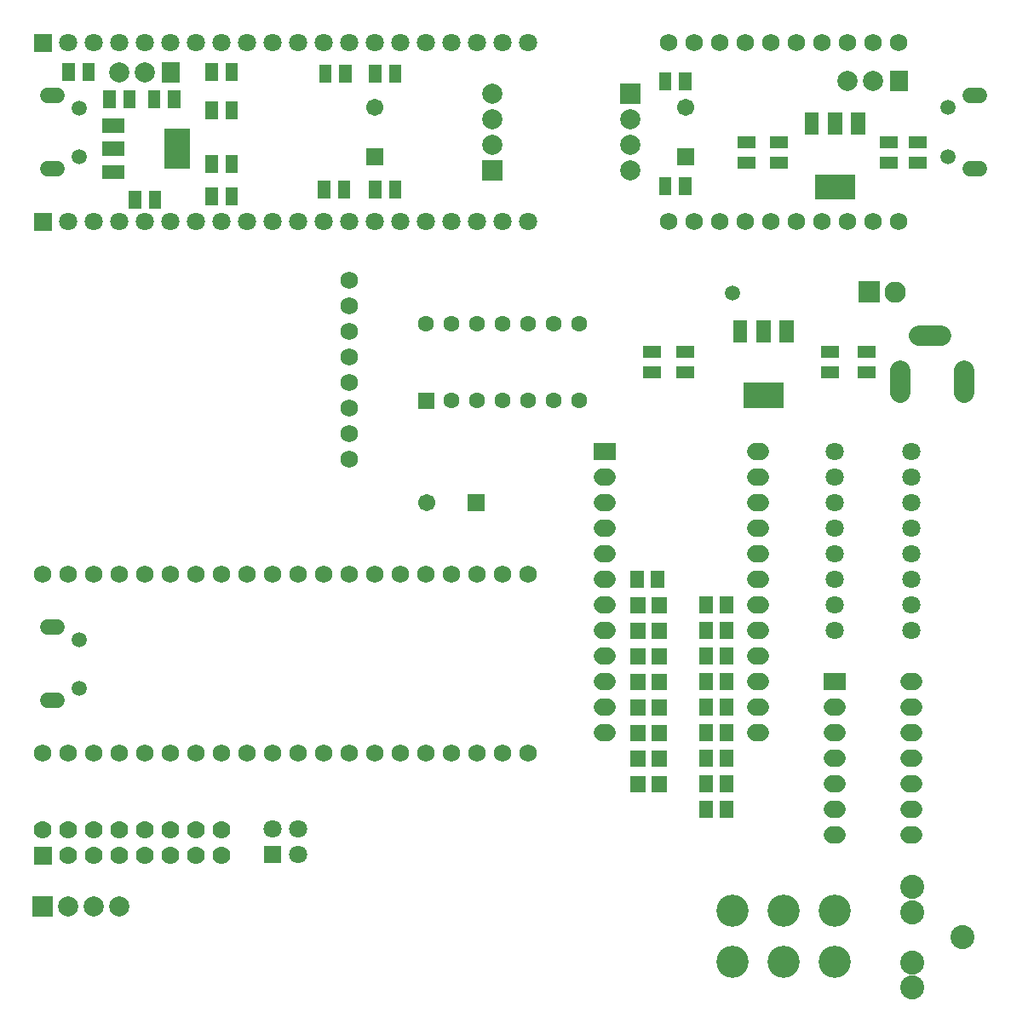
<source format=gbs>
G04 Layer: BottomSolderMaskLayer*
G04 EasyEDA v6.3.22, 2020-04-16T16:32:26+08:00*
G04 928550df28224f32970c11639e6f1fd0,b166db8205ee484a91a1acb555850d7f,10*
G04 Gerber Generator version 0.2*
G04 Scale: 100 percent, Rotated: No, Reflected: No *
G04 Dimensions in millimeters *
G04 leading zeros omitted , absolute positions ,3 integer and 3 decimal *
%FSLAX33Y33*%
%MOMM*%
G90*
G71D02*

%ADD73C,1.503197*%
%ADD74C,2.003196*%
%ADD75C,1.703197*%
%ADD76C,1.727200*%
%ADD78C,2.103196*%
%ADD79R,1.803197X1.803197*%
%ADD80C,1.803197*%
%ADD81C,1.778000*%
%ADD94C,2.387600*%
%ADD98C,3.203194*%
%ADD107C,1.600200*%

%LPD*%
G54D73*
G01X94731Y91249D02*
G01X95631Y91249D01*
G01X94731Y84010D02*
G01X95631Y84010D01*
G54D74*
G01X87757Y63977D02*
G01X87757Y61777D01*
G01X94107Y61777D02*
G01X94107Y63977D01*
G01X91854Y67424D02*
G01X89654Y67424D01*
G54D73*
G01X3947Y31178D02*
G01X3047Y31178D01*
G01X3947Y38417D02*
G01X3047Y38417D01*
G54D75*
G01X88649Y17780D02*
G01X89150Y17780D01*
G01X88649Y20320D02*
G01X89150Y20320D01*
G01X88649Y22860D02*
G01X89150Y22860D01*
G01X88649Y25400D02*
G01X89150Y25400D01*
G01X88649Y27940D02*
G01X89150Y27940D01*
G01X88649Y30480D02*
G01X89150Y30480D01*
G01X88649Y33020D02*
G01X89150Y33020D01*
G01X81029Y17780D02*
G01X81530Y17780D01*
G01X81029Y20320D02*
G01X81530Y20320D01*
G01X81029Y22860D02*
G01X81530Y22860D01*
G01X81029Y25400D02*
G01X81530Y25400D01*
G01X81029Y27940D02*
G01X81530Y27940D01*
G01X81029Y30480D02*
G01X81530Y30480D01*
G01X58169Y30480D02*
G01X58670Y30480D01*
G54D76*
G01X58182Y27940D02*
G01X58657Y27940D01*
G01X58182Y33020D02*
G01X58657Y33020D01*
G54D75*
G01X58169Y53340D02*
G01X58670Y53340D01*
G01X58169Y50800D02*
G01X58670Y50800D01*
G01X58169Y48260D02*
G01X58670Y48260D01*
G01X58169Y45720D02*
G01X58670Y45720D01*
G01X58169Y43180D02*
G01X58670Y43180D01*
G01X58169Y40640D02*
G01X58670Y40640D01*
G01X58169Y38100D02*
G01X58670Y38100D01*
G01X58169Y35560D02*
G01X58670Y35560D01*
G54D76*
G01X73422Y30480D02*
G01X73897Y30480D01*
G01X73422Y33020D02*
G01X73897Y33020D01*
G01X73422Y35560D02*
G01X73897Y35560D01*
G01X73422Y38100D02*
G01X73897Y38100D01*
G01X73422Y40640D02*
G01X73897Y40640D01*
G01X73422Y43180D02*
G01X73897Y43180D01*
G01X73422Y45720D02*
G01X73897Y45720D01*
G01X73422Y55880D02*
G01X73897Y55880D01*
G01X73422Y53340D02*
G01X73897Y53340D01*
G01X73422Y50800D02*
G01X73897Y50800D01*
G01X73422Y48260D02*
G01X73897Y48260D01*
G01X73422Y27940D02*
G01X73897Y27940D01*
G54D73*
G01X3947Y84010D02*
G01X3047Y84010D01*
G01X3947Y91249D02*
G01X3047Y91249D01*
G01X71120Y71628D03*
G36*
G01X83657Y70703D02*
G01X83657Y72806D01*
G01X85760Y72806D01*
G01X85760Y70703D01*
G01X83657Y70703D01*
G37*
G54D78*
G01X87249Y71755D03*
G54D79*
G01X25400Y15875D03*
G54D80*
G01X25400Y18415D03*
G01X27940Y15875D03*
G01X27940Y18415D03*
G36*
G01X69804Y19491D02*
G01X69804Y21145D01*
G01X71165Y21145D01*
G01X71165Y19491D01*
G01X69804Y19491D01*
G37*
G36*
G01X67772Y19491D02*
G01X67772Y21145D01*
G01X69133Y21145D01*
G01X69133Y19491D01*
G01X67772Y19491D01*
G37*
G36*
G01X14622Y83977D02*
G01X14622Y87980D01*
G01X17127Y87980D01*
G01X17127Y83977D01*
G01X14622Y83977D01*
G37*
G36*
G01X8422Y85277D02*
G01X8422Y86680D01*
G01X10627Y86680D01*
G01X10627Y85277D01*
G01X8422Y85277D01*
G37*
G36*
G01X8422Y87576D02*
G01X8422Y88981D01*
G01X10627Y88981D01*
G01X10627Y87576D01*
G01X8422Y87576D01*
G37*
G36*
G01X8422Y82976D02*
G01X8422Y84381D01*
G01X10627Y84381D01*
G01X10627Y82976D01*
G01X8422Y82976D01*
G37*
G36*
G01X34973Y81038D02*
G01X34973Y82791D01*
G01X36177Y82791D01*
G01X36177Y81038D01*
G01X34973Y81038D01*
G37*
G36*
G01X36974Y81038D02*
G01X36974Y82791D01*
G01X38178Y82791D01*
G01X38178Y81038D01*
G01X36974Y81038D01*
G37*
G36*
G01X34973Y92595D02*
G01X34973Y94348D01*
G01X36177Y94348D01*
G01X36177Y92595D01*
G01X34973Y92595D01*
G37*
G36*
G01X36974Y92595D02*
G01X36974Y94348D01*
G01X38178Y94348D01*
G01X38178Y92595D01*
G01X36974Y92595D01*
G37*
G36*
G01X20718Y88912D02*
G01X20718Y90665D01*
G01X21922Y90665D01*
G01X21922Y88912D01*
G01X20718Y88912D01*
G37*
G36*
G01X18717Y88912D02*
G01X18717Y90665D01*
G01X19921Y90665D01*
G01X19921Y88912D01*
G01X18717Y88912D01*
G37*
G36*
G01X20718Y92722D02*
G01X20718Y94475D01*
G01X21922Y94475D01*
G01X21922Y92722D01*
G01X20718Y92722D01*
G37*
G36*
G01X18717Y92722D02*
G01X18717Y94475D01*
G01X19921Y94475D01*
G01X19921Y92722D01*
G01X18717Y92722D01*
G37*
G36*
G01X20718Y80403D02*
G01X20718Y82156D01*
G01X21922Y82156D01*
G01X21922Y80403D01*
G01X20718Y80403D01*
G37*
G36*
G01X18717Y80403D02*
G01X18717Y82156D01*
G01X19921Y82156D01*
G01X19921Y80403D01*
G01X18717Y80403D01*
G37*
G36*
G01X6494Y92722D02*
G01X6494Y94475D01*
G01X7698Y94475D01*
G01X7698Y92722D01*
G01X6494Y92722D01*
G37*
G36*
G01X4493Y92722D02*
G01X4493Y94475D01*
G01X5697Y94475D01*
G01X5697Y92722D01*
G01X4493Y92722D01*
G37*
G36*
G01X10558Y90055D02*
G01X10558Y91808D01*
G01X11762Y91808D01*
G01X11762Y90055D01*
G01X10558Y90055D01*
G37*
G36*
G01X8557Y90055D02*
G01X8557Y91808D01*
G01X9761Y91808D01*
G01X9761Y90055D01*
G01X8557Y90055D01*
G37*
G36*
G01X20718Y83578D02*
G01X20718Y85331D01*
G01X21922Y85331D01*
G01X21922Y83578D01*
G01X20718Y83578D01*
G37*
G36*
G01X18717Y83578D02*
G01X18717Y85331D01*
G01X19921Y85331D01*
G01X19921Y83578D01*
G01X18717Y83578D01*
G37*
G36*
G01X31894Y81038D02*
G01X31894Y82791D01*
G01X33098Y82791D01*
G01X33098Y81038D01*
G01X31894Y81038D01*
G37*
G36*
G01X29893Y81038D02*
G01X29893Y82791D01*
G01X31097Y82791D01*
G01X31097Y81038D01*
G01X29893Y81038D01*
G37*
G36*
G01X30020Y92595D02*
G01X30020Y94348D01*
G01X31224Y94348D01*
G01X31224Y92595D01*
G01X30020Y92595D01*
G37*
G36*
G01X32021Y92595D02*
G01X32021Y94348D01*
G01X33225Y94348D01*
G01X33225Y92595D01*
G01X32021Y92595D01*
G37*
G36*
G01X15003Y90055D02*
G01X15003Y91808D01*
G01X16207Y91808D01*
G01X16207Y90055D01*
G01X15003Y90055D01*
G37*
G36*
G01X13002Y90055D02*
G01X13002Y91808D01*
G01X14206Y91808D01*
G01X14206Y90055D01*
G01X13002Y90055D01*
G37*
G36*
G01X11097Y80022D02*
G01X11097Y81775D01*
G01X12301Y81775D01*
G01X12301Y80022D01*
G01X11097Y80022D01*
G37*
G36*
G01X13098Y80022D02*
G01X13098Y81775D01*
G01X14302Y81775D01*
G01X14302Y80022D01*
G01X13098Y80022D01*
G37*
G36*
G01X65803Y81419D02*
G01X65803Y83172D01*
G01X67007Y83172D01*
G01X67007Y81419D01*
G01X65803Y81419D01*
G37*
G36*
G01X63802Y81419D02*
G01X63802Y83172D01*
G01X65006Y83172D01*
G01X65006Y81419D01*
G01X63802Y81419D01*
G37*
G36*
G01X65803Y91833D02*
G01X65803Y93586D01*
G01X67007Y93586D01*
G01X67007Y91833D01*
G01X65803Y91833D01*
G37*
G36*
G01X63802Y91833D02*
G01X63802Y93586D01*
G01X65006Y93586D01*
G01X65006Y91833D01*
G01X63802Y91833D01*
G37*
G36*
G01X74815Y85996D02*
G01X74815Y87200D01*
G01X76568Y87200D01*
G01X76568Y85996D01*
G01X74815Y85996D01*
G37*
G36*
G01X74815Y83995D02*
G01X74815Y85199D01*
G01X76568Y85199D01*
G01X76568Y83995D01*
G01X74815Y83995D01*
G37*
G36*
G01X71640Y85996D02*
G01X71640Y87200D01*
G01X73393Y87200D01*
G01X73393Y85996D01*
G01X71640Y85996D01*
G37*
G36*
G01X71640Y83995D02*
G01X71640Y85199D01*
G01X73393Y85199D01*
G01X73393Y83995D01*
G01X71640Y83995D01*
G37*
G36*
G01X88658Y85996D02*
G01X88658Y87200D01*
G01X90411Y87200D01*
G01X90411Y85996D01*
G01X88658Y85996D01*
G37*
G36*
G01X88658Y83995D02*
G01X88658Y85199D01*
G01X90411Y85199D01*
G01X90411Y83995D01*
G01X88658Y83995D01*
G37*
G36*
G01X85737Y85996D02*
G01X85737Y87200D01*
G01X87490Y87200D01*
G01X87490Y85996D01*
G01X85737Y85996D01*
G37*
G36*
G01X85737Y83995D02*
G01X85737Y85199D01*
G01X87490Y85199D01*
G01X87490Y83995D01*
G01X85737Y83995D01*
G37*
G36*
G01X79278Y80916D02*
G01X79278Y83421D01*
G01X83281Y83421D01*
G01X83281Y80916D01*
G01X79278Y80916D01*
G37*
G36*
G01X80578Y87416D02*
G01X80578Y89621D01*
G01X81981Y89621D01*
G01X81981Y87416D01*
G01X80578Y87416D01*
G37*
G36*
G01X82877Y87416D02*
G01X82877Y89621D01*
G01X84282Y89621D01*
G01X84282Y87416D01*
G01X82877Y87416D01*
G37*
G36*
G01X78277Y87416D02*
G01X78277Y89621D01*
G01X79682Y89621D01*
G01X79682Y87416D01*
G01X78277Y87416D01*
G37*
G36*
G01X79895Y63167D02*
G01X79895Y64371D01*
G01X81648Y64371D01*
G01X81648Y63167D01*
G01X79895Y63167D01*
G37*
G36*
G01X79895Y65168D02*
G01X79895Y66372D01*
G01X81648Y66372D01*
G01X81648Y65168D01*
G01X79895Y65168D01*
G37*
G36*
G01X83578Y63167D02*
G01X83578Y64371D01*
G01X85331Y64371D01*
G01X85331Y63167D01*
G01X83578Y63167D01*
G37*
G36*
G01X83578Y65168D02*
G01X83578Y66372D01*
G01X85331Y66372D01*
G01X85331Y65168D01*
G01X83578Y65168D01*
G37*
G36*
G01X62242Y65168D02*
G01X62242Y66372D01*
G01X63995Y66372D01*
G01X63995Y65168D01*
G01X62242Y65168D01*
G37*
G36*
G01X62242Y63167D02*
G01X62242Y64371D01*
G01X63995Y64371D01*
G01X63995Y63167D01*
G01X62242Y63167D01*
G37*
G36*
G01X65544Y65168D02*
G01X65544Y66372D01*
G01X67297Y66372D01*
G01X67297Y65168D01*
G01X65544Y65168D01*
G37*
G36*
G01X65544Y63167D02*
G01X65544Y64371D01*
G01X67297Y64371D01*
G01X67297Y63167D01*
G01X65544Y63167D01*
G37*
G36*
G01X72166Y60215D02*
G01X72166Y62720D01*
G01X76169Y62720D01*
G01X76169Y60215D01*
G01X72166Y60215D01*
G37*
G36*
G01X73466Y66715D02*
G01X73466Y68920D01*
G01X74869Y68920D01*
G01X74869Y66715D01*
G01X73466Y66715D01*
G37*
G36*
G01X75765Y66715D02*
G01X75765Y68920D01*
G01X77170Y68920D01*
G01X77170Y66715D01*
G01X75765Y66715D01*
G37*
G36*
G01X71165Y66715D02*
G01X71165Y68920D01*
G01X72570Y68920D01*
G01X72570Y66715D01*
G01X71165Y66715D01*
G37*
G36*
G01X63037Y39837D02*
G01X63037Y41440D01*
G01X64541Y41440D01*
G01X64541Y39837D01*
G01X63037Y39837D01*
G37*
G36*
G01X60937Y39837D02*
G01X60937Y41440D01*
G01X62440Y41440D01*
G01X62440Y39837D01*
G01X60937Y39837D01*
G37*
G36*
G01X63037Y37297D02*
G01X63037Y38900D01*
G01X64541Y38900D01*
G01X64541Y37297D01*
G01X63037Y37297D01*
G37*
G36*
G01X60937Y37297D02*
G01X60937Y38900D01*
G01X62440Y38900D01*
G01X62440Y37297D01*
G01X60937Y37297D01*
G37*
G36*
G01X63037Y34757D02*
G01X63037Y36360D01*
G01X64541Y36360D01*
G01X64541Y34757D01*
G01X63037Y34757D01*
G37*
G36*
G01X60937Y34757D02*
G01X60937Y36360D01*
G01X62440Y36360D01*
G01X62440Y34757D01*
G01X60937Y34757D01*
G37*
G36*
G01X63037Y32217D02*
G01X63037Y33820D01*
G01X64541Y33820D01*
G01X64541Y32217D01*
G01X63037Y32217D01*
G37*
G36*
G01X60937Y32217D02*
G01X60937Y33820D01*
G01X62440Y33820D01*
G01X62440Y32217D01*
G01X60937Y32217D01*
G37*
G36*
G01X63037Y22057D02*
G01X63037Y23660D01*
G01X64541Y23660D01*
G01X64541Y22057D01*
G01X63037Y22057D01*
G37*
G36*
G01X60937Y22057D02*
G01X60937Y23660D01*
G01X62440Y23660D01*
G01X62440Y22057D01*
G01X60937Y22057D01*
G37*
G36*
G01X63037Y24597D02*
G01X63037Y26200D01*
G01X64541Y26200D01*
G01X64541Y24597D01*
G01X63037Y24597D01*
G37*
G36*
G01X60937Y24597D02*
G01X60937Y26200D01*
G01X62440Y26200D01*
G01X62440Y24597D01*
G01X60937Y24597D01*
G37*
G36*
G01X63037Y27137D02*
G01X63037Y28740D01*
G01X64541Y28740D01*
G01X64541Y27137D01*
G01X63037Y27137D01*
G37*
G36*
G01X60937Y27137D02*
G01X60937Y28740D01*
G01X62440Y28740D01*
G01X62440Y27137D01*
G01X60937Y27137D01*
G37*
G36*
G01X63037Y29677D02*
G01X63037Y31280D01*
G01X64541Y31280D01*
G01X64541Y29677D01*
G01X63037Y29677D01*
G37*
G36*
G01X60937Y29677D02*
G01X60937Y31280D01*
G01X62440Y31280D01*
G01X62440Y29677D01*
G01X60937Y29677D01*
G37*
G36*
G01X69804Y39814D02*
G01X69804Y41465D01*
G01X71165Y41465D01*
G01X71165Y39814D01*
G01X69804Y39814D01*
G37*
G36*
G01X67772Y39814D02*
G01X67772Y41465D01*
G01X69133Y41465D01*
G01X69133Y39814D01*
G01X67772Y39814D01*
G37*
G36*
G01X69804Y37274D02*
G01X69804Y38925D01*
G01X71165Y38925D01*
G01X71165Y37274D01*
G01X69804Y37274D01*
G37*
G36*
G01X67772Y37274D02*
G01X67772Y38925D01*
G01X69133Y38925D01*
G01X69133Y37274D01*
G01X67772Y37274D01*
G37*
G36*
G01X69804Y34734D02*
G01X69804Y36385D01*
G01X71165Y36385D01*
G01X71165Y34734D01*
G01X69804Y34734D01*
G37*
G36*
G01X67772Y34734D02*
G01X67772Y36385D01*
G01X69133Y36385D01*
G01X69133Y34734D01*
G01X67772Y34734D01*
G37*
G36*
G01X69804Y32194D02*
G01X69804Y33845D01*
G01X71165Y33845D01*
G01X71165Y32194D01*
G01X69804Y32194D01*
G37*
G36*
G01X67772Y32194D02*
G01X67772Y33845D01*
G01X69133Y33845D01*
G01X69133Y32194D01*
G01X67772Y32194D01*
G37*
G36*
G01X69804Y29654D02*
G01X69804Y31305D01*
G01X71165Y31305D01*
G01X71165Y29654D01*
G01X69804Y29654D01*
G37*
G36*
G01X67772Y29654D02*
G01X67772Y31305D01*
G01X69133Y31305D01*
G01X69133Y29654D01*
G01X67772Y29654D01*
G37*
G36*
G01X69804Y27114D02*
G01X69804Y28765D01*
G01X71165Y28765D01*
G01X71165Y27114D01*
G01X69804Y27114D01*
G37*
G36*
G01X67772Y27114D02*
G01X67772Y28765D01*
G01X69133Y28765D01*
G01X69133Y27114D01*
G01X67772Y27114D01*
G37*
G36*
G01X69804Y24574D02*
G01X69804Y26225D01*
G01X71165Y26225D01*
G01X71165Y24574D01*
G01X69804Y24574D01*
G37*
G36*
G01X67772Y24574D02*
G01X67772Y26225D01*
G01X69133Y26225D01*
G01X69133Y24574D01*
G01X67772Y24574D01*
G37*
G36*
G01X69804Y22034D02*
G01X69804Y23685D01*
G01X71165Y23685D01*
G01X71165Y22034D01*
G01X69804Y22034D01*
G37*
G36*
G01X67772Y22034D02*
G01X67772Y23685D01*
G01X69133Y23685D01*
G01X69133Y22034D01*
G01X67772Y22034D01*
G37*
G36*
G01X60914Y42354D02*
G01X60914Y44005D01*
G01X62275Y44005D01*
G01X62275Y42354D01*
G01X60914Y42354D01*
G37*
G36*
G01X62946Y42354D02*
G01X62946Y44005D01*
G01X64307Y44005D01*
G01X64307Y42354D01*
G01X62946Y42354D01*
G37*
G54D81*
G01X20320Y18288D03*
G01X20320Y15748D03*
G01X17780Y18288D03*
G01X17780Y15748D03*
G01X15240Y18288D03*
G01X15240Y15748D03*
G01X12700Y18288D03*
G01X12700Y15748D03*
G01X10160Y18288D03*
G01X10160Y15748D03*
G01X7620Y18288D03*
G01X7620Y15748D03*
G01X5080Y18288D03*
G01X5080Y15748D03*
G01X2540Y18288D03*
G36*
G01X1651Y14859D02*
G01X1651Y16637D01*
G01X3429Y16637D01*
G01X3429Y14859D01*
G01X1651Y14859D01*
G37*
G36*
G01X59959Y90439D02*
G01X59959Y92440D01*
G01X61960Y92440D01*
G01X61960Y90439D01*
G01X59959Y90439D01*
G37*
G54D74*
G01X60960Y88900D03*
G01X60960Y86360D03*
G01X60960Y83820D03*
G54D76*
G01X87630Y96520D03*
G01X85090Y96520D03*
G01X82550Y96520D03*
G01X80010Y96520D03*
G01X77470Y96520D03*
G01X74930Y96520D03*
G01X72390Y96520D03*
G01X69850Y96520D03*
G01X67310Y96520D03*
G01X64770Y96520D03*
G01X87630Y78740D03*
G01X85090Y78740D03*
G01X82550Y78740D03*
G01X80010Y78740D03*
G01X77470Y78740D03*
G01X74930Y78740D03*
G01X72390Y78740D03*
G01X69850Y78740D03*
G01X67310Y78740D03*
G01X64770Y78740D03*
G54D74*
G01X82550Y92710D03*
G01X85090Y92710D03*
G36*
G01X86741Y91709D02*
G01X86741Y93710D01*
G01X88519Y93710D01*
G01X88519Y91709D01*
G01X86741Y91709D01*
G37*
G36*
G01X65570Y84340D02*
G01X65570Y86042D01*
G01X67271Y86042D01*
G01X67271Y84340D01*
G01X65570Y84340D01*
G37*
G54D75*
G01X66421Y90068D03*
G54D73*
G01X92481Y85219D03*
G01X92481Y90060D03*
G54D76*
G01X33020Y72898D03*
G01X33020Y70358D03*
G01X33020Y67818D03*
G01X33020Y65278D03*
G01X33020Y62738D03*
G01X33020Y60198D03*
G01X33020Y57658D03*
G01X33020Y55118D03*
G36*
G01X1539Y9667D02*
G01X1539Y11668D01*
G01X3540Y11668D01*
G01X3540Y9667D01*
G01X1539Y9667D01*
G37*
G54D74*
G01X5080Y10668D03*
G01X7620Y10668D03*
G01X10160Y10668D03*
G54D73*
G01X6197Y37208D03*
G01X6197Y32367D03*
G54D94*
G01X93980Y7620D03*
G01X88976Y5130D03*
G01X88976Y2616D03*
G01X88976Y10109D03*
G01X88976Y12623D03*
G54D80*
G01X81280Y55880D03*
G01X81280Y53340D03*
G01X81280Y50800D03*
G01X81280Y48260D03*
G01X81280Y45720D03*
G01X81280Y43180D03*
G01X81280Y40640D03*
G01X81280Y38100D03*
G01X88900Y38100D03*
G01X88900Y40640D03*
G01X88900Y43180D03*
G01X88900Y45720D03*
G01X88900Y48260D03*
G01X88900Y50800D03*
G01X88900Y53340D03*
G01X88900Y55880D03*
G36*
G01X80177Y32169D02*
G01X80177Y33870D01*
G01X82382Y33870D01*
G01X82382Y32169D01*
G01X80177Y32169D01*
G37*
G36*
G01X57317Y55029D02*
G01X57317Y56730D01*
G01X59522Y56730D01*
G01X59522Y55029D01*
G01X57317Y55029D01*
G37*
G54D98*
G01X76200Y10287D03*
G01X71120Y10287D03*
G01X81280Y10287D03*
G01X71120Y5207D03*
G01X76200Y5207D03*
G01X81280Y5207D03*
G54D76*
G01X2540Y25908D03*
G01X5080Y25908D03*
G01X7620Y25908D03*
G01X10160Y25908D03*
G01X12700Y25908D03*
G01X25400Y25908D03*
G01X22860Y25908D03*
G01X20320Y25908D03*
G01X17780Y25908D03*
G01X15240Y25908D03*
G01X40640Y25908D03*
G01X43180Y25908D03*
G01X45720Y25908D03*
G01X48260Y25908D03*
G01X50800Y25908D03*
G01X38100Y25908D03*
G01X35560Y25908D03*
G01X33020Y25908D03*
G01X30480Y25908D03*
G01X27940Y25908D03*
G01X27940Y43688D03*
G01X30480Y43688D03*
G01X33020Y43688D03*
G01X35560Y43688D03*
G01X38100Y43688D03*
G01X50800Y43688D03*
G01X48260Y43688D03*
G01X45720Y43688D03*
G01X43180Y43688D03*
G01X40640Y43688D03*
G01X15240Y43688D03*
G01X17780Y43688D03*
G01X20320Y43688D03*
G01X22860Y43688D03*
G01X25400Y43688D03*
G01X12700Y43688D03*
G01X10160Y43688D03*
G01X7620Y43688D03*
G01X5080Y43688D03*
G01X2540Y43688D03*
G36*
G01X39839Y60159D02*
G01X39839Y61760D01*
G01X41440Y61760D01*
G01X41440Y60159D01*
G01X39839Y60159D01*
G37*
G54D107*
G01X43180Y60960D03*
G01X45720Y60960D03*
G01X48260Y60960D03*
G01X50800Y60960D03*
G01X53340Y60960D03*
G01X55880Y60960D03*
G01X55880Y68580D03*
G01X53340Y68580D03*
G01X50800Y68580D03*
G01X48260Y68580D03*
G01X45720Y68580D03*
G01X43180Y68580D03*
G01X40640Y68580D03*
G36*
G01X44767Y49949D02*
G01X44767Y51650D01*
G01X46469Y51650D01*
G01X46469Y49949D01*
G01X44767Y49949D01*
G37*
G54D75*
G01X40741Y50800D03*
G36*
G01X34709Y84340D02*
G01X34709Y86042D01*
G01X36410Y86042D01*
G01X36410Y84340D01*
G01X34709Y84340D01*
G37*
G01X35560Y90068D03*
G54D74*
G01X10160Y93599D03*
G01X12700Y93599D03*
G36*
G01X14351Y92598D02*
G01X14351Y94599D01*
G01X16129Y94599D01*
G01X16129Y92598D01*
G01X14351Y92598D01*
G37*
G54D73*
G01X6197Y90040D03*
G01X6197Y85199D03*
G36*
G01X46243Y82819D02*
G01X46243Y84820D01*
G01X48244Y84820D01*
G01X48244Y82819D01*
G01X46243Y82819D01*
G37*
G54D74*
G01X47244Y86360D03*
G01X47244Y88900D03*
G01X47244Y91440D03*
G54D80*
G01X50800Y78740D03*
G01X48260Y78740D03*
G01X45720Y78740D03*
G01X43180Y78740D03*
G01X40640Y78740D03*
G01X38100Y78740D03*
G01X35560Y78740D03*
G01X33020Y78740D03*
G01X30480Y78740D03*
G01X27940Y78740D03*
G01X25400Y78740D03*
G01X22860Y78740D03*
G01X20320Y78740D03*
G01X17780Y78740D03*
G01X15240Y78740D03*
G01X12700Y78740D03*
G01X10160Y78740D03*
G01X7620Y78740D03*
G01X5080Y78740D03*
G36*
G01X1638Y77838D02*
G01X1638Y79641D01*
G01X3441Y79641D01*
G01X3441Y77838D01*
G01X1638Y77838D01*
G37*
G01X50800Y96520D03*
G01X48260Y96520D03*
G01X45720Y96520D03*
G01X43180Y96520D03*
G01X40640Y96520D03*
G01X38100Y96520D03*
G01X35560Y96520D03*
G01X33020Y96520D03*
G01X30480Y96520D03*
G01X27940Y96520D03*
G01X25400Y96520D03*
G01X22860Y96520D03*
G01X20320Y96520D03*
G01X17780Y96520D03*
G01X15240Y96520D03*
G01X12700Y96520D03*
G01X10160Y96520D03*
G01X7620Y96520D03*
G01X5080Y96520D03*
G36*
G01X1638Y95618D02*
G01X1638Y97421D01*
G01X3441Y97421D01*
G01X3441Y95618D01*
G01X1638Y95618D01*
G37*
M00*
M02*

</source>
